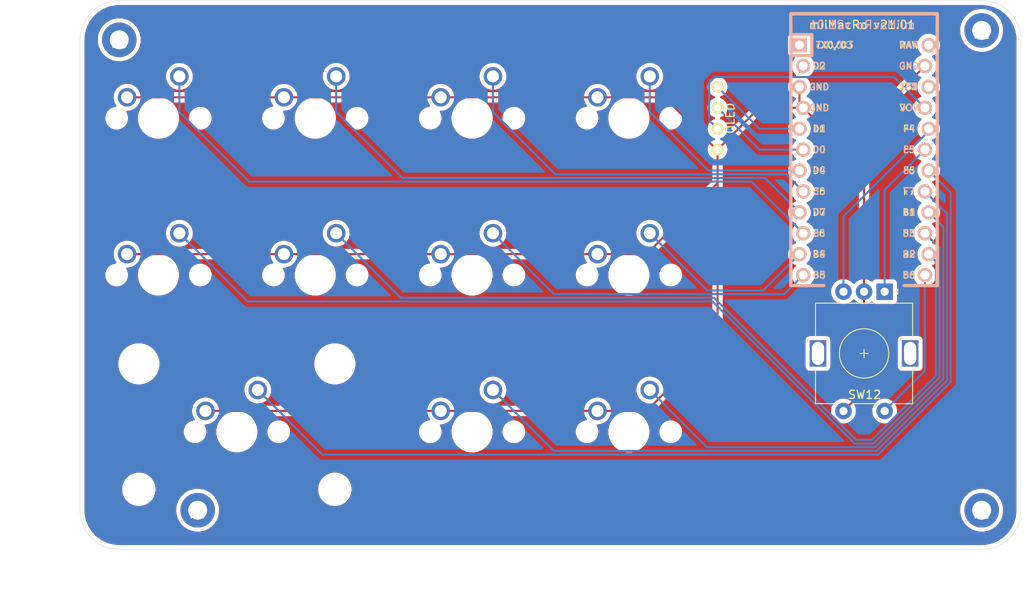
<source format=kicad_pcb>
(kicad_pcb (version 20171130) (host pcbnew 5.1.9-73d0e3b20d~88~ubuntu21.04.1)
  (layers (0 F.Cu signal) (31 B.Cu signal) (34 B.Paste user) (35 F.Paste user) (36 B.SilkS user) (37 F.SilkS user) (38 B.Mask user) (39 F.Mask user) (44 Edge.Cuts user))
  (net 0 "")
  (net 1 GND)
  (net 2 SCL)
  (net 3 SDA)
  (net 4 +5V)
  (net 5 F5)
  (net 6 F4)
  (net 7 B6)
  (net 8 E6)
  (net 9 D7)
  (net 10 C6)
  (net 11 D4)
  (net 12 B5)
  (net 13 B4)
  (net 14 B2)
  (net 15 B3)
  (net 16 F6)
  (net 17 F7)
  (net 18 B1)
  (module Keebio-Parts:ArduinoProMicro-ZigZag (layer F.Cu) (at 166.6875 67 270)
    (fp_text reference U1 hide)
    (fp_text value ProMicro hide)
    (fp_line (start -15.24 6.35) (end -15.24 8.89) (layer F.SilkS) (width 0.381))
    (fp_line (start -15.24 6.35) (end -15.24 8.89) (layer B.SilkS) (width 0.381))
    (fp_line (start -17.78 8.89) (end -15.24 8.89) (layer F.SilkS) (width 0.381))
    (fp_line (start -17.78 -8.89) (end -17.78 8.89) (layer F.SilkS) (width 0.381))
    (fp_line (start -15.24 -8.89) (end -17.78 -8.89) (layer F.SilkS) (width 0.381))
    (fp_line (start -17.78 -8.89) (end -17.78 8.89) (layer B.SilkS) (width 0.381))
    (fp_line (start -17.78 8.89) (end 15.24 8.89) (layer B.SilkS) (width 0.381))
    (fp_line (start 15.24 -4.89) (end 15.24 -8.89) (layer B.SilkS) (width 0.381))
    (fp_line (start 15.24 -8.89) (end -17.78 -8.89) (layer B.SilkS) (width 0.381))
    (fp_poly (pts (xy -9.35097 -5.844635) (xy -9.25097 -5.844635) (xy -9.25097 -6.344635) (xy -9.35097 -6.344635)) (layer B.SilkS) (width 0.15))
    (fp_poly (pts (xy -9.35097 -5.844635) (xy -9.05097 -5.844635) (xy -9.05097 -5.944635) (xy -9.35097 -5.944635)) (layer B.SilkS) (width 0.15))
    (fp_poly (pts (xy -8.75097 -5.844635) (xy -8.55097 -5.844635) (xy -8.55097 -5.944635) (xy -8.75097 -5.944635)) (layer B.SilkS) (width 0.15))
    (fp_poly (pts (xy -9.35097 -6.244635) (xy -8.55097 -6.244635) (xy -8.55097 -6.344635) (xy -9.35097 -6.344635)) (layer B.SilkS) (width 0.15))
    (fp_poly (pts (xy -8.95097 -6.044635) (xy -8.85097 -6.044635) (xy -8.85097 -6.144635) (xy -8.95097 -6.144635)) (layer B.SilkS) (width 0.15))
    (fp_poly (pts (xy -8.76064 -4.931568) (xy -8.56064 -4.931568) (xy -8.56064 -4.831568) (xy -8.76064 -4.831568)) (layer F.SilkS) (width 0.15))
    (fp_poly (pts (xy -9.36064 -4.531568) (xy -8.56064 -4.531568) (xy -8.56064 -4.431568) (xy -9.36064 -4.431568)) (layer F.SilkS) (width 0.15))
    (fp_poly (pts (xy -9.36064 -4.931568) (xy -9.26064 -4.931568) (xy -9.26064 -4.431568) (xy -9.36064 -4.431568)) (layer F.SilkS) (width 0.15))
    (fp_poly (pts (xy -8.96064 -4.731568) (xy -8.86064 -4.731568) (xy -8.86064 -4.631568) (xy -8.96064 -4.631568)) (layer F.SilkS) (width 0.15))
    (fp_poly (pts (xy -9.36064 -4.931568) (xy -9.06064 -4.931568) (xy -9.06064 -4.831568) (xy -9.36064 -4.831568)) (layer F.SilkS) (width 0.15))
    (fp_line (start -12.7 6.35) (end -12.7 8.89) (layer F.SilkS) (width 0.381))
    (fp_line (start -15.24 6.35) (end -12.7 6.35) (layer F.SilkS) (width 0.381))
    (fp_line (start 15.24 -8.89) (end -15.24 -8.89) (layer F.SilkS) (width 0.381))
    (fp_line (start 15.24 8.89) (end 15.24 4.89) (layer F.SilkS) (width 0.381))
    (fp_line (start -15.24 8.89) (end 15.24 8.89) (layer F.SilkS) (width 0.381))
    (fp_line (start -15.24 6.35) (end -12.7 6.35) (layer B.SilkS) (width 0.381))
    (fp_line (start -12.7 6.35) (end -12.7 8.89) (layer B.SilkS) (width 0.381))
    (fp_text user ST (at -8.91 -5.04) (layer B.SilkS) (effects (font (size 0.8 0.8)) (justify mirror)))
    (fp_text user TX0/D3 (at -13.97 3.571872) (layer F.SilkS) (effects (font (size 0.8 0.8))))
    (fp_text user TX0/D3 (at -13.97 3.571872) (layer B.SilkS) (effects (font (size 0.8 0.8)) (justify mirror)))
    (fp_text user D2 (at -11.43 5.461) (layer F.SilkS) (effects (font (size 0.8 0.8))))
    (fp_text user D0 (at -1.27 5.461) (layer F.SilkS) (effects (font (size 0.8 0.8))))
    (fp_text user D1 (at -3.81 5.461) (layer F.SilkS) (effects (font (size 0.8 0.8))))
    (fp_text user GND (at -6.35 5.461) (layer F.SilkS) (effects (font (size 0.8 0.8))))
    (fp_text user GND (at -8.89 5.461) (layer F.SilkS) (effects (font (size 0.8 0.8))))
    (fp_text user D4 (at 1.27 5.461) (layer F.SilkS) (effects (font (size 0.8 0.8))))
    (fp_text user C6 (at 3.81 5.461) (layer F.SilkS) (effects (font (size 0.8 0.8))))
    (fp_text user D7 (at 6.35 5.461) (layer F.SilkS) (effects (font (size 0.8 0.8))))
    (fp_text user E6 (at 8.89 5.461) (layer F.SilkS) (effects (font (size 0.8 0.8))))
    (fp_text user B4 (at 11.43 5.461) (layer F.SilkS) (effects (font (size 0.8 0.8))))
    (fp_text user B5 (at 13.97 5.461) (layer F.SilkS) (effects (font (size 0.8 0.8))))
    (fp_text user B6 (at 13.97 -5.461) (layer F.SilkS) (effects (font (size 0.8 0.8))))
    (fp_text user B2 (at 11.43 -5.461) (layer B.SilkS) (effects (font (size 0.8 0.8)) (justify mirror)))
    (fp_text user B3 (at 8.89 -5.461) (layer F.SilkS) (effects (font (size 0.8 0.8))))
    (fp_text user B1 (at 6.35 -5.461) (layer F.SilkS) (effects (font (size 0.8 0.8))))
    (fp_text user F7 (at 3.81 -5.461) (layer B.SilkS) (effects (font (size 0.8 0.8)) (justify mirror)))
    (fp_text user F6 (at 1.27 -5.461) (layer B.SilkS) (effects (font (size 0.8 0.8)) (justify mirror)))
    (fp_text user F5 (at -1.27 -5.461) (layer B.SilkS) (effects (font (size 0.8 0.8)) (justify mirror)))
    (fp_text user F4 (at -3.81 -5.461) (layer F.SilkS) (effects (font (size 0.8 0.8))))
    (fp_text user VCC (at -6.35 -5.461) (layer F.SilkS) (effects (font (size 0.8 0.8))))
    (fp_text user ST (at -8.92 -5.73312) (layer F.SilkS) (effects (font (size 0.8 0.8))))
    (fp_text user GND (at -11.43 -5.461) (layer F.SilkS) (effects (font (size 0.8 0.8))))
    (fp_text user RAW (at -13.97 -5.461) (layer F.SilkS) (effects (font (size 0.8 0.8))))
    (fp_text user RAW (at -13.97 -5.461) (layer B.SilkS) (effects (font (size 0.8 0.8)) (justify mirror)))
    (fp_text user GND (at -11.43 -5.461) (layer B.SilkS) (effects (font (size 0.8 0.8)) (justify mirror)))
    (fp_text user VCC (at -6.35 -5.461) (layer B.SilkS) (effects (font (size 0.8 0.8)) (justify mirror)))
    (fp_text user F4 (at -3.81 -5.461) (layer B.SilkS) (effects (font (size 0.8 0.8)) (justify mirror)))
    (fp_text user F5 (at -1.27 -5.461) (layer F.SilkS) (effects (font (size 0.8 0.8))))
    (fp_text user F6 (at 1.27 -5.461) (layer F.SilkS) (effects (font (size 0.8 0.8))))
    (fp_text user F7 (at 3.81 -5.461) (layer F.SilkS) (effects (font (size 0.8 0.8))))
    (fp_text user B1 (at 6.35 -5.461) (layer B.SilkS) (effects (font (size 0.8 0.8)) (justify mirror)))
    (fp_text user B3 (at 8.89 -5.461) (layer B.SilkS) (effects (font (size 0.8 0.8)) (justify mirror)))
    (fp_text user B2 (at 11.43 -5.461) (layer F.SilkS) (effects (font (size 0.8 0.8))))
    (fp_text user B6 (at 13.97 -5.461) (layer B.SilkS) (effects (font (size 0.8 0.8)) (justify mirror)))
    (fp_text user B5 (at 13.97 5.461) (layer B.SilkS) (effects (font (size 0.8 0.8)) (justify mirror)))
    (fp_text user B4 (at 11.43 5.461) (layer B.SilkS) (effects (font (size 0.8 0.8)) (justify mirror)))
    (fp_text user E6 (at 8.89 5.461) (layer B.SilkS) (effects (font (size 0.8 0.8)) (justify mirror)))
    (fp_text user D7 (at 6.35 5.461) (layer B.SilkS) (effects (font (size 0.8 0.8)) (justify mirror)))
    (fp_text user C6 (at 3.81 5.461) (layer B.SilkS) (effects (font (size 0.8 0.8)) (justify mirror)))
    (fp_text user D4 (at 1.27 5.461) (layer B.SilkS) (effects (font (size 0.8 0.8)) (justify mirror)))
    (fp_text user GND (at -8.89 5.461) (layer B.SilkS) (effects (font (size 0.8 0.8)) (justify mirror)))
    (fp_text user GND (at -6.35 5.461) (layer B.SilkS) (effects (font (size 0.8 0.8)) (justify mirror)))
    (fp_text user D1 (at -3.81 5.461) (layer B.SilkS) (effects (font (size 0.8 0.8)) (justify mirror)))
    (fp_text user D0 (at -1.27 5.461) (layer B.SilkS) (effects (font (size 0.8 0.8)) (justify mirror)))
    (fp_text user D2 (at -11.43 5.461) (layer B.SilkS) (effects (font (size 0.8 0.8)) (justify mirror)))
    (fp_line (start 15.24 -4.89) (end 15.24 -8.89) (layer F.SilkS) (width 0.381))
    (fp_line (start 15.24 8.89) (end 15.24 4.89) (layer B.SilkS) (width 0.381))
    (pad 24 thru_hole circle (at -13.97 -7.8486 270) (size 1.7526 1.7526) (drill 1.0922) (layers *.Cu *.SilkS *.Mask))
    (pad 12 thru_hole circle (at 13.97 7.3914 270) (size 1.7526 1.7526) (drill 1.0922) (layers *.Cu *.SilkS *.Mask) (net 12 B5))
    (pad 23 thru_hole circle (at -11.43 -7.3914 270) (size 1.7526 1.7526) (drill 1.0922) (layers *.Cu *.SilkS *.Mask) (net 1 GND))
    (pad 22 thru_hole circle (at -8.89 -7.8486 270) (size 1.7526 1.7526) (drill 1.0922) (layers *.Cu *.SilkS *.Mask))
    (pad 21 thru_hole circle (at -6.35 -7.3914 270) (size 1.7526 1.7526) (drill 1.0922) (layers *.Cu *.SilkS *.Mask) (net 4 +5V))
    (pad 20 thru_hole circle (at -3.81 -7.8486 270) (size 1.7526 1.7526) (drill 1.0922) (layers *.Cu *.SilkS *.Mask) (net 6 F4))
    (pad 19 thru_hole circle (at -1.27 -7.3914 270) (size 1.7526 1.7526) (drill 1.0922) (layers *.Cu *.SilkS *.Mask) (net 5 F5))
    (pad 18 thru_hole circle (at 1.27 -7.8486 270) (size 1.7526 1.7526) (drill 1.0922) (layers *.Cu *.SilkS *.Mask) (net 16 F6))
    (pad 17 thru_hole circle (at 3.81 -7.3914 270) (size 1.7526 1.7526) (drill 1.0922) (layers *.Cu *.SilkS *.Mask) (net 17 F7))
    (pad 16 thru_hole circle (at 6.35 -7.8486 270) (size 1.7526 1.7526) (drill 1.0922) (layers *.Cu *.SilkS *.Mask) (net 18 B1))
    (pad 15 thru_hole circle (at 8.89 -7.3914 270) (size 1.7526 1.7526) (drill 1.0922) (layers *.Cu *.SilkS *.Mask) (net 15 B3))
    (pad 14 thru_hole circle (at 11.43 -7.8486 270) (size 1.7526 1.7526) (drill 1.0922) (layers *.Cu *.SilkS *.Mask) (net 14 B2))
    (pad 13 thru_hole circle (at 13.97 -7.3914 270) (size 1.7526 1.7526) (drill 1.0922) (layers *.Cu *.SilkS *.Mask) (net 7 B6))
    (pad 11 thru_hole circle (at 11.43 7.8486 270) (size 1.7526 1.7526) (drill 1.0922) (layers *.Cu *.SilkS *.Mask) (net 13 B4))
    (pad 10 thru_hole circle (at 8.89 7.3914 270) (size 1.7526 1.7526) (drill 1.0922) (layers *.Cu *.SilkS *.Mask) (net 8 E6))
    (pad 9 thru_hole circle (at 6.35 7.8486 270) (size 1.7526 1.7526) (drill 1.0922) (layers *.Cu *.SilkS *.Mask) (net 9 D7))
    (pad 8 thru_hole circle (at 3.81 7.3914 270) (size 1.7526 1.7526) (drill 1.0922) (layers *.Cu *.SilkS *.Mask) (net 10 C6))
    (pad 7 thru_hole circle (at 1.27 7.8486 270) (size 1.7526 1.7526) (drill 1.0922) (layers *.Cu *.SilkS *.Mask) (net 11 D4))
    (pad 6 thru_hole circle (at -1.27 7.3914 270) (size 1.7526 1.7526) (drill 1.0922) (layers *.Cu *.SilkS *.Mask) (net 2 SCL))
    (pad 5 thru_hole circle (at -3.81 7.8486 270) (size 1.7526 1.7526) (drill 1.0922) (layers *.Cu *.SilkS *.Mask) (net 3 SDA))
    (pad 4 thru_hole circle (at -6.35 7.3914 270) (size 1.7526 1.7526) (drill 1.0922) (layers *.Cu *.SilkS *.Mask) (net 1 GND))
    (pad 3 thru_hole circle (at -8.89 7.8486 270) (size 1.7526 1.7526) (drill 1.0922) (layers *.Cu *.SilkS *.Mask) (net 1 GND))
    (pad 2 thru_hole circle (at -11.43 7.3914 270) (size 1.7526 1.7526) (drill 1.0922) (layers *.Cu *.SilkS *.Mask))
    (pad 1 thru_hole rect (at -13.97 7.8486 270) (size 1.7526 1.7526) (drill 1.0922) (layers *.Cu *.SilkS *.Mask))
  )
  (module kbd:M2_Hole_TH (layer F.Cu) (at 85.725 109.5375)
    (fp_text reference H4 (at 0 0.5) (layer F.SilkS))
    (fp_text value MountingHole)
    (pad "" thru_hole circle (at 0 0) (size 4.2 4.2) (drill 2.3) (layers *.Cu *.Mask))
  )
  (module kbd:M2_Hole_TH (layer F.Cu) (at 76.2 52.3875)
    (fp_text reference H3 (at 0 0.5) (layer F.SilkS))
    (fp_text value MountingHole)
    (pad "" thru_hole circle (at 0 0) (size 4.2 4.2) (drill 2.3) (layers *.Cu *.Mask))
  )
  (module kbd:M2_Hole_TH (layer F.Cu) (at 180.975 109.5375)
    (fp_text reference H2 (at 0 0.5) (layer F.SilkS))
    (fp_text value MountingHole)
    (pad "" thru_hole circle (at 0 0) (size 4.2 4.2) (drill 2.3) (layers *.Cu *.Mask))
  )
  (module kbd:M2_Hole_TH (layer F.Cu) (at 180.975 51.25)
    (fp_text reference H1 (at 0 0.5) (layer F.SilkS))
    (fp_text value MountingHole)
    (pad "" thru_hole circle (at 0 0) (size 4.2 4.2) (drill 2.3) (layers *.Cu *.Mask))
  )
  (module MX_Only:MXOnly-1U-NoLED (layer F.Cu) (at 138.1125 100.0125)
    (fp_text reference SW11)
    (fp_text value 0)
    (pad 2 thru_hole circle (at 2.54 -5.08) (size 2.25 2.25) (drill 1.47) (layers *.Cu B.Mask) (net 18 B1))
    (pad "" np_thru_hole circle (at 0 0) (size 3.9878 3.9878) (drill 3.9878) (layers *.Cu *.Mask))
    (pad 1 thru_hole circle (at -3.81 -2.54) (size 2.25 2.25) (drill 1.47) (layers *.Cu B.Mask) (net 1 GND))
    (pad "" np_thru_hole circle (at -5.08 0 48.0996) (size 1.75 1.75) (drill 1.75) (layers *.Cu *.Mask))
    (pad "" np_thru_hole circle (at 5.08 0 48.0996) (size 1.75 1.75) (drill 1.75) (layers *.Cu *.Mask))
  )
  (module MX_Only:MXOnly-1U-NoLED (layer F.Cu) (at 138.1125 80.9625)
    (fp_text reference SW10)
    (fp_text value 8)
    (pad 2 thru_hole circle (at 2.54 -5.08) (size 2.25 2.25) (drill 1.47) (layers *.Cu B.Mask) (net 13 B4))
    (pad "" np_thru_hole circle (at 0 0) (size 3.9878 3.9878) (drill 3.9878) (layers *.Cu *.Mask))
    (pad 1 thru_hole circle (at -3.81 -2.54) (size 2.25 2.25) (drill 1.47) (layers *.Cu B.Mask) (net 1 GND))
    (pad "" np_thru_hole circle (at -5.08 0 48.0996) (size 1.75 1.75) (drill 1.75) (layers *.Cu *.Mask))
    (pad "" np_thru_hole circle (at 5.08 0 48.0996) (size 1.75 1.75) (drill 1.75) (layers *.Cu *.Mask))
  )
  (module MX_Only:MXOnly-1U-NoLED (layer F.Cu) (at 138.1125 61.9125)
    (fp_text reference SW9)
    (fp_text value 4)
    (pad 2 thru_hole circle (at 2.54 -5.08) (size 2.25 2.25) (drill 1.47) (layers *.Cu B.Mask) (net 11 D4))
    (pad "" np_thru_hole circle (at 0 0) (size 3.9878 3.9878) (drill 3.9878) (layers *.Cu *.Mask))
    (pad 1 thru_hole circle (at -3.81 -2.54) (size 2.25 2.25) (drill 1.47) (layers *.Cu B.Mask) (net 1 GND))
    (pad "" np_thru_hole circle (at -5.08 0 48.0996) (size 1.75 1.75) (drill 1.75) (layers *.Cu *.Mask))
    (pad "" np_thru_hole circle (at 5.08 0 48.0996) (size 1.75 1.75) (drill 1.75) (layers *.Cu *.Mask))
  )
  (module MX_Only:MXOnly-1U-NoLED (layer F.Cu) (at 119.0625 100.0125)
    (fp_text reference SW8)
    (fp_text value 9)
    (pad 2 thru_hole circle (at 2.54 -5.08) (size 2.25 2.25) (drill 1.47) (layers *.Cu B.Mask) (net 17 F7))
    (pad "" np_thru_hole circle (at 0 0) (size 3.9878 3.9878) (drill 3.9878) (layers *.Cu *.Mask))
    (pad 1 thru_hole circle (at -3.81 -2.54) (size 2.25 2.25) (drill 1.47) (layers *.Cu B.Mask) (net 1 GND))
    (pad "" np_thru_hole circle (at -5.08 0 48.0996) (size 1.75 1.75) (drill 1.75) (layers *.Cu *.Mask))
    (pad "" np_thru_hole circle (at 5.08 0 48.0996) (size 1.75 1.75) (drill 1.75) (layers *.Cu *.Mask))
  )
  (module MX_Only:MXOnly-1U-NoLED (layer F.Cu) (at 119.0625 80.9625)
    (fp_text reference SW7)
    (fp_text value 7)
    (pad 2 thru_hole circle (at 2.54 -5.08) (size 2.25 2.25) (drill 1.47) (layers *.Cu B.Mask) (net 12 B5))
    (pad "" np_thru_hole circle (at 0 0) (size 3.9878 3.9878) (drill 3.9878) (layers *.Cu *.Mask))
    (pad 1 thru_hole circle (at -3.81 -2.54) (size 2.25 2.25) (drill 1.47) (layers *.Cu B.Mask) (net 1 GND))
    (pad "" np_thru_hole circle (at -5.08 0 48.0996) (size 1.75 1.75) (drill 1.75) (layers *.Cu *.Mask))
    (pad "" np_thru_hole circle (at 5.08 0 48.0996) (size 1.75 1.75) (drill 1.75) (layers *.Cu *.Mask))
  )
  (module MX_Only:MXOnly-1U-NoLED (layer F.Cu) (at 119.0625 61.9125)
    (fp_text reference SW6)
    (fp_text value 3)
    (pad 2 thru_hole circle (at 2.54 -5.08) (size 2.25 2.25) (drill 1.47) (layers *.Cu B.Mask) (net 10 C6))
    (pad "" np_thru_hole circle (at 0 0) (size 3.9878 3.9878) (drill 3.9878) (layers *.Cu *.Mask))
    (pad 1 thru_hole circle (at -3.81 -2.54) (size 2.25 2.25) (drill 1.47) (layers *.Cu B.Mask) (net 1 GND))
    (pad "" np_thru_hole circle (at -5.08 0 48.0996) (size 1.75 1.75) (drill 1.75) (layers *.Cu *.Mask))
    (pad "" np_thru_hole circle (at 5.08 0 48.0996) (size 1.75 1.75) (drill 1.75) (layers *.Cu *.Mask))
  )
  (module MX_Only:MXOnly-1U-NoLED (layer F.Cu) (at 100.0125 80.9625)
    (fp_text reference SW5)
    (fp_text value 6)
    (pad 2 thru_hole circle (at 2.54 -5.08) (size 2.25 2.25) (drill 1.47) (layers *.Cu B.Mask) (net 14 B2))
    (pad "" np_thru_hole circle (at 0 0) (size 3.9878 3.9878) (drill 3.9878) (layers *.Cu *.Mask))
    (pad 1 thru_hole circle (at -3.81 -2.54) (size 2.25 2.25) (drill 1.47) (layers *.Cu B.Mask) (net 1 GND))
    (pad "" np_thru_hole circle (at -5.08 0 48.0996) (size 1.75 1.75) (drill 1.75) (layers *.Cu *.Mask))
    (pad "" np_thru_hole circle (at 5.08 0 48.0996) (size 1.75 1.75) (drill 1.75) (layers *.Cu *.Mask))
  )
  (module MX_Only:MXOnly-1U-NoLED (layer F.Cu) (at 100.0125 61.9125)
    (fp_text reference SW4)
    (fp_text value 2)
    (pad 2 thru_hole circle (at 2.54 -5.08) (size 2.25 2.25) (drill 1.47) (layers *.Cu B.Mask) (net 9 D7))
    (pad "" np_thru_hole circle (at 0 0) (size 3.9878 3.9878) (drill 3.9878) (layers *.Cu *.Mask))
    (pad 1 thru_hole circle (at -3.81 -2.54) (size 2.25 2.25) (drill 1.47) (layers *.Cu B.Mask) (net 1 GND))
    (pad "" np_thru_hole circle (at -5.08 0 48.0996) (size 1.75 1.75) (drill 1.75) (layers *.Cu *.Mask))
    (pad "" np_thru_hole circle (at 5.08 0 48.0996) (size 1.75 1.75) (drill 1.75) (layers *.Cu *.Mask))
  )
  (module MX_Only:MXOnly-1U-NoLED (layer F.Cu) (at 80.9625 80.9625)
    (fp_text reference SW2)
    (fp_text value 5)
    (pad 2 thru_hole circle (at 2.54 -5.08) (size 2.25 2.25) (drill 1.47) (layers *.Cu B.Mask) (net 15 B3))
    (pad "" np_thru_hole circle (at 0 0) (size 3.9878 3.9878) (drill 3.9878) (layers *.Cu *.Mask))
    (pad 1 thru_hole circle (at -3.81 -2.54) (size 2.25 2.25) (drill 1.47) (layers *.Cu B.Mask) (net 1 GND))
    (pad "" np_thru_hole circle (at -5.08 0 48.0996) (size 1.75 1.75) (drill 1.75) (layers *.Cu *.Mask))
    (pad "" np_thru_hole circle (at 5.08 0 48.0996) (size 1.75 1.75) (drill 1.75) (layers *.Cu *.Mask))
  )
  (module MX_Only:MXOnly-1U-NoLED (layer F.Cu) (at 80.9625 61.9125)
    (fp_text reference SW1)
    (fp_text value 1)
    (pad 2 thru_hole circle (at 2.54 -5.08) (size 2.25 2.25) (drill 1.47) (layers *.Cu B.Mask) (net 8 E6))
    (pad "" np_thru_hole circle (at 0 0) (size 3.9878 3.9878) (drill 3.9878) (layers *.Cu *.Mask))
    (pad 1 thru_hole circle (at -3.81 -2.54) (size 2.25 2.25) (drill 1.47) (layers *.Cu B.Mask) (net 1 GND))
    (pad "" np_thru_hole circle (at -5.08 0 48.0996) (size 1.75 1.75) (drill 1.75) (layers *.Cu *.Mask))
    (pad "" np_thru_hole circle (at 5.08 0 48.0996) (size 1.75 1.75) (drill 1.75) (layers *.Cu *.Mask))
  )
  (module MX_Only:MXOnly-2U-ReversedStabilizers-NoLED (layer F.Cu) (at 90.4875 100.0125)
    (fp_text reference SW3)
    (fp_text value ENTER)
    (pad 2 thru_hole circle (at 2.54 -5.08) (size 2.25 2.25) (drill 1.47) (layers *.Cu B.Mask) (net 16 F6))
    (pad "" np_thru_hole circle (at 0 0) (size 3.9878 3.9878) (drill 3.9878) (layers *.Cu *.Mask))
    (pad 1 thru_hole circle (at -3.81 -2.54) (size 2.25 2.25) (drill 1.47) (layers *.Cu B.Mask) (net 1 GND))
    (pad "" np_thru_hole circle (at -5.08 0 48.0996) (size 1.75 1.75) (drill 1.75) (layers *.Cu *.Mask))
    (pad "" np_thru_hole circle (at 5.08 0 48.0996) (size 1.75 1.75) (drill 1.75) (layers *.Cu *.Mask))
    (pad "" np_thru_hole circle (at -11.90625 6.985) (size 3.048 3.048) (drill 3.048) (layers *.Cu *.Mask))
    (pad "" np_thru_hole circle (at 11.90625 6.985) (size 3.048 3.048) (drill 3.048) (layers *.Cu *.Mask))
    (pad "" np_thru_hole circle (at -11.90625 -8.255) (size 3.9878 3.9878) (drill 3.9878) (layers *.Cu *.Mask))
    (pad "" np_thru_hole circle (at 11.90625 -8.255) (size 3.9878 3.9878) (drill 3.9878) (layers *.Cu *.Mask))
  )
  (module Keebio-Parts:RotaryEncoder_Alps_EC11E-Switch_Vertical_H20mm (layer F.Cu) (at 166.6875 90.4875 270)
    (fp_text reference SW12 (at 5.0125 -0.0625) (layer F.SilkS))
    (fp_text value ROTARY)
    (fp_line (start -0.5 0) (end 0.5 0) (layer F.SilkS) (width 0.12))
    (fp_line (start 0 -0.5) (end 0 0.5) (layer F.SilkS) (width 0.12))
    (fp_line (start 6.1 3.5) (end 6.1 5.9) (layer F.SilkS) (width 0.12))
    (fp_line (start 6.1 -1.3) (end 6.1 1.3) (layer F.SilkS) (width 0.12))
    (fp_line (start 6.1 -5.9) (end 6.1 -3.5) (layer F.SilkS) (width 0.12))
    (fp_line (start -7.2 -4.1) (end -7.5 -3.8) (layer F.SilkS) (width 0.12))
    (fp_line (start -7.8 -4.1) (end -7.2 -4.1) (layer F.SilkS) (width 0.12))
    (fp_line (start -7.5 -3.8) (end -7.8 -4.1) (layer F.SilkS) (width 0.12))
    (fp_line (start -6.1 -5.9) (end -6.1 5.9) (layer F.SilkS) (width 0.12))
    (fp_line (start -2 -5.9) (end -6.1 -5.9) (layer F.SilkS) (width 0.12))
    (fp_line (start -2 5.9) (end -6.1 5.9) (layer F.SilkS) (width 0.12))
    (fp_line (start 6.1 5.9) (end 2 5.9) (layer F.SilkS) (width 0.12))
    (fp_line (start 2 -5.9) (end 6.1 -5.9) (layer F.SilkS) (width 0.12))
    (fp_circle (center 0 0) (end 3 0) (layer F.SilkS) (width 0.12))
    (pad S1 thru_hole circle (at 7 2.5 270) (size 2 2) (drill 1) (layers *.Cu *.Mask) (net 1 GND))
    (pad S2 thru_hole circle (at 7 -2.5 270) (size 2 2) (drill 1) (layers *.Cu *.Mask) (net 7 B6))
    (pad MP thru_hole rect (at 0 5.6 270) (size 3.2 2) (drill oval 2.8 1.5) (layers *.Cu *.Mask))
    (pad MP thru_hole rect (at 0 -5.6 270) (size 3.2 2) (drill oval 2.8 1.5) (layers *.Cu *.Mask))
    (pad B thru_hole circle (at -7.5 2.5 270) (size 2 2) (drill 1) (layers *.Cu *.Mask) (net 6 F4))
    (pad C thru_hole circle (at -7.5 0 270) (size 2 2) (drill 1) (layers *.Cu *.Mask) (net 1 GND))
    (pad A thru_hole rect (at -7.5 -2.5 270) (size 2 2) (drill 1) (layers *.Cu *.Mask) (net 5 F5))
  )
  (module kbd:OLED_v2 (layer F.Cu) (at 148.8875 61.9125 270)
    (fp_text reference OL1)
    (fp_text value OLED hide)
    (fp_text user OLED (at 0 -1.55 90) (layer F.SilkS))
    (pad 4 thru_hole circle (at 3.81 0 270) (size 1.397 1.397) (drill 0.8128) (layers *.Cu F.SilkS B.Mask) (net 1 GND))
    (pad 3 thru_hole circle (at 1.27 0 270) (size 1.397 1.397) (drill 0.8128) (layers *.Cu F.SilkS B.Mask) (net 4 +5V))
    (pad 2 thru_hole circle (at -1.27 0 270) (size 1.397 1.397) (drill 0.8128) (layers *.Cu F.SilkS B.Mask) (net 2 SCL))
    (pad 1 thru_hole circle (at -3.81 0 270) (size 1.397 1.397) (drill 0.8128) (layers *.Cu F.SilkS B.Mask) (net 3 SDA))
  )
  (gr_text "miiMacRo v21.01" (at 166.45 50.5625) (layer B.SilkS) (effects (font (size 1 1)) (justify mirror)))
  (gr_text "miiMacRo v21.01" (at 166.45 50.5625) (layer F.SilkS) (effects (font (size 1 1))))
  (gr_line (start 185.7375 109.5375) (end 185.7375 52.3875) (layer Edge.Cuts) (width 0.05))
  (gr_line (start 76.2 114.3) (end 180.975 114.3) (layer Edge.Cuts) (width 0.05))
  (gr_line (start 180.975 47.625) (end 76.2 47.625) (layer Edge.Cuts) (width 0.05))
  (gr_arc (start 180.975 109.5375) (end 180.975 114.3) (angle -90) (layer Edge.Cuts) (width 0.05))
  (gr_arc (start 180.975 52.3875) (end 185.7375 52.3875) (angle -90) (layer Edge.Cuts) (width 0.05))
  (gr_line (start 71.4375 109.5375) (end 71.4375 52.3875) (layer Edge.Cuts) (width 0.05))
  (gr_arc (start 76.2 109.5375) (end 71.4375 109.5375) (angle -90) (layer Edge.Cuts) (width 0.05))
  (gr_arc (start 76.2 52.3875) (end 76.2 47.625) (angle -90) (layer Edge.Cuts) (width 0.05))
  (segment (start 77.1525 59.3725) (end 134.3025 59.3725) (width 0.25) (layer F.Cu) (net 1))
  (segment (start 148.778502 65.7225) (end 148.8875 65.7225) (width 0.25) (layer F.Cu) (net 1))
  (segment (start 142.428502 59.3725) (end 148.778502 65.7225) (width 0.25) (layer F.Cu) (net 1))
  (segment (start 134.3025 59.3725) (end 142.428502 59.3725) (width 0.25) (layer F.Cu) (net 1))
  (segment (start 77.1525 78.4225) (end 134.3025 78.4225) (width 0.25) (layer F.Cu) (net 1))
  (segment (start 140.258502 78.4225) (end 134.3025 78.4225) (width 0.25) (layer F.Cu) (net 1))
  (segment (start 148.8875 69.793502) (end 140.258502 78.4225) (width 0.25) (layer F.Cu) (net 1))
  (segment (start 148.8875 65.7225) (end 148.8875 69.6375) (width 0.25) (layer F.Cu) (net 1))
  (segment (start 148.8875 69.6375) (end 148.8875 69.793502) (width 0.25) (layer F.Cu) (net 1))
  (segment (start 140.258502 97.4725) (end 134.3025 97.4725) (width 0.25) (layer F.Cu) (net 1))
  (segment (start 148.8875 88.843502) (end 140.258502 97.4725) (width 0.25) (layer F.Cu) (net 1))
  (segment (start 148.8875 69.6375) (end 148.8875 88.843502) (width 0.25) (layer F.Cu) (net 1))
  (segment (start 86.6775 97.4725) (end 134.3025 97.4725) (width 0.25) (layer F.Cu) (net 1))
  (segment (start 166.6875 94.9875) (end 164.1875 97.4875) (width 0.25) (layer F.Cu) (net 1))
  (segment (start 166.6875 82.9875) (end 166.6875 94.9875) (width 0.25) (layer F.Cu) (net 1))
  (segment (start 166.6875 68.0414) (end 159.2961 60.65) (width 0.25) (layer F.Cu) (net 1))
  (segment (start 153.96 60.65) (end 148.8875 65.7225) (width 0.25) (layer F.Cu) (net 1))
  (segment (start 159.2961 60.65) (end 153.96 60.65) (width 0.25) (layer F.Cu) (net 1))
  (segment (start 158.8389 60.1928) (end 159.2961 60.65) (width 0.25) (layer F.Cu) (net 1))
  (segment (start 158.8389 58.11) (end 158.8389 60.1928) (width 0.25) (layer F.Cu) (net 1))
  (segment (start 166.6875 62.9614) (end 166.6875 69.6875) (width 0.25) (layer F.Cu) (net 1))
  (segment (start 174.0789 55.57) (end 166.6875 62.9614) (width 0.25) (layer F.Cu) (net 1))
  (segment (start 166.6875 69.6875) (end 166.6875 68.0414) (width 0.25) (layer F.Cu) (net 1))
  (segment (start 166.6875 82.9875) (end 166.6875 69.6875) (width 0.25) (layer F.Cu) (net 1))
  (segment (start 153.975 65.73) (end 148.8875 60.6425) (width 0.25) (layer B.Cu) (net 2))
  (segment (start 159.2961 65.73) (end 153.975 65.73) (width 0.25) (layer B.Cu) (net 2))
  (segment (start 153.975 63.19) (end 148.8875 58.1025) (width 0.25) (layer B.Cu) (net 3))
  (segment (start 158.8389 63.19) (end 153.975 63.19) (width 0.25) (layer B.Cu) (net 3))
  (segment (start 170.337599 56.908699) (end 174.0789 60.65) (width 0.25) (layer B.Cu) (net 4))
  (segment (start 148.566519 56.908699) (end 170.337599 56.908699) (width 0.25) (layer B.Cu) (net 4))
  (segment (start 147.863999 57.611219) (end 148.566519 56.908699) (width 0.25) (layer B.Cu) (net 4))
  (segment (start 147.863999 62.158999) (end 147.863999 57.611219) (width 0.25) (layer B.Cu) (net 4))
  (segment (start 148.8875 63.1825) (end 147.863999 62.158999) (width 0.25) (layer B.Cu) (net 4))
  (segment (start 169.1875 70.6214) (end 174.0789 65.73) (width 0.25) (layer B.Cu) (net 5))
  (segment (start 169.1875 82.9875) (end 169.1875 70.6214) (width 0.25) (layer B.Cu) (net 5))
  (segment (start 174.5361 63.494874) (end 174.5361 63.19) (width 0.25) (layer B.Cu) (net 6))
  (segment (start 164.1875 73.843474) (end 174.5361 63.494874) (width 0.25) (layer B.Cu) (net 6))
  (segment (start 164.1875 82.9875) (end 164.1875 73.843474) (width 0.25) (layer B.Cu) (net 6))
  (segment (start 174.0789 92.5961) (end 169.1875 97.4875) (width 0.25) (layer B.Cu) (net 7))
  (segment (start 174.0789 80.97) (end 174.0789 92.5961) (width 0.25) (layer B.Cu) (net 7))
  (segment (start 159.2961 75.89) (end 153.02613 69.62003) (width 0.25) (layer B.Cu) (net 8))
  (segment (start 83.5025 61.148502) (end 83.5025 56.8325) (width 0.25) (layer B.Cu) (net 8))
  (segment (start 91.974028 69.62003) (end 83.5025 61.148502) (width 0.25) (layer B.Cu) (net 8))
  (segment (start 153.02613 69.62003) (end 91.974028 69.62003) (width 0.25) (layer B.Cu) (net 8))
  (segment (start 102.5525 61.148502) (end 102.5525 56.8325) (width 0.25) (layer B.Cu) (net 9))
  (segment (start 110.574018 69.17002) (end 102.5525 61.148502) (width 0.25) (layer B.Cu) (net 9))
  (segment (start 154.65892 69.17002) (end 110.574018 69.17002) (width 0.25) (layer B.Cu) (net 9))
  (segment (start 158.8389 73.35) (end 154.65892 69.17002) (width 0.25) (layer B.Cu) (net 9))
  (segment (start 159.2961 70.81) (end 157.20611 68.72001) (width 0.25) (layer B.Cu) (net 10))
  (segment (start 121.6025 61.148502) (end 121.6025 56.8325) (width 0.25) (layer B.Cu) (net 10))
  (segment (start 129.174008 68.72001) (end 121.6025 61.148502) (width 0.25) (layer B.Cu) (net 10))
  (segment (start 157.20611 68.72001) (end 129.174008 68.72001) (width 0.25) (layer B.Cu) (net 10))
  (segment (start 147.773998 68.27) (end 158.8389 68.27) (width 0.25) (layer B.Cu) (net 11))
  (segment (start 140.6525 61.148502) (end 147.773998 68.27) (width 0.25) (layer B.Cu) (net 11))
  (segment (start 140.6525 56.8325) (end 140.6525 61.148502) (width 0.25) (layer B.Cu) (net 11))
  (segment (start 129.001401 83.281401) (end 121.6025 75.8825) (width 0.25) (layer B.Cu) (net 12))
  (segment (start 156.984699 83.281401) (end 129.001401 83.281401) (width 0.25) (layer B.Cu) (net 12))
  (segment (start 159.2961 80.97) (end 156.984699 83.281401) (width 0.25) (layer B.Cu) (net 12))
  (segment (start 154.437509 82.831391) (end 158.8389 78.43) (width 0.25) (layer B.Cu) (net 13))
  (segment (start 147.601391 82.831391) (end 154.437509 82.831391) (width 0.25) (layer B.Cu) (net 13))
  (segment (start 140.6525 75.8825) (end 147.601391 82.831391) (width 0.25) (layer B.Cu) (net 13))
  (segment (start 110.401411 83.731411) (end 102.5525 75.8825) (width 0.25) (layer B.Cu) (net 14))
  (segment (start 148.470409 83.731411) (end 110.401411 83.731411) (width 0.25) (layer B.Cu) (net 14))
  (segment (start 167.654631 100.981371) (end 165.720369 100.981371) (width 0.25) (layer B.Cu) (net 14))
  (segment (start 165.720369 100.981371) (end 148.470409 83.731411) (width 0.25) (layer B.Cu) (net 14))
  (segment (start 175.412399 93.223603) (end 167.654631 100.981371) (width 0.25) (layer B.Cu) (net 14))
  (segment (start 175.412399 79.306299) (end 175.412399 93.223603) (width 0.25) (layer B.Cu) (net 14))
  (segment (start 174.5361 78.43) (end 175.412399 79.306299) (width 0.25) (layer B.Cu) (net 14))
  (segment (start 91.801421 84.181421) (end 83.5025 75.8825) (width 0.25) (layer B.Cu) (net 15))
  (segment (start 148.284009 84.181421) (end 91.801421 84.181421) (width 0.25) (layer B.Cu) (net 15))
  (segment (start 165.533969 101.431381) (end 148.284009 84.181421) (width 0.25) (layer B.Cu) (net 15))
  (segment (start 167.841031 101.431381) (end 165.533969 101.431381) (width 0.25) (layer B.Cu) (net 15))
  (segment (start 175.862409 93.410003) (end 167.841031 101.431381) (width 0.25) (layer B.Cu) (net 15))
  (segment (start 175.862409 77.673509) (end 175.862409 93.410003) (width 0.25) (layer B.Cu) (net 15))
  (segment (start 174.0789 75.89) (end 175.862409 77.673509) (width 0.25) (layer B.Cu) (net 15))
  (segment (start 177.212438 70.946338) (end 174.5361 68.27) (width 0.25) (layer B.Cu) (net 16))
  (segment (start 177.212438 93.969204) (end 177.212438 70.946338) (width 0.25) (layer B.Cu) (net 16))
  (segment (start 168.400231 102.781411) (end 177.212438 93.969204) (width 0.25) (layer B.Cu) (net 16))
  (segment (start 100.876411 102.781411) (end 168.400231 102.781411) (width 0.25) (layer B.Cu) (net 16))
  (segment (start 93.0275 94.9325) (end 100.876411 102.781411) (width 0.25) (layer B.Cu) (net 16))
  (segment (start 176.762429 73.493529) (end 174.0789 70.81) (width 0.25) (layer B.Cu) (net 17))
  (segment (start 176.762429 93.782803) (end 176.762429 73.493529) (width 0.25) (layer B.Cu) (net 17))
  (segment (start 168.213831 102.331401) (end 176.762429 93.782803) (width 0.25) (layer B.Cu) (net 17))
  (segment (start 129.001401 102.331401) (end 168.213831 102.331401) (width 0.25) (layer B.Cu) (net 17))
  (segment (start 121.6025 94.9325) (end 129.001401 102.331401) (width 0.25) (layer B.Cu) (net 17))
  (segment (start 176.312419 75.126319) (end 174.5361 73.35) (width 0.25) (layer B.Cu) (net 18))
  (segment (start 176.312419 93.596403) (end 176.312419 75.126319) (width 0.25) (layer B.Cu) (net 18))
  (segment (start 168.027431 101.881391) (end 176.312419 93.596403) (width 0.25) (layer B.Cu) (net 18))
  (segment (start 147.601391 101.881391) (end 168.027431 101.881391) (width 0.25) (layer B.Cu) (net 18))
  (segment (start 140.6525 94.9325) (end 147.601391 101.881391) (width 0.25) (layer B.Cu) (net 18))
  (zone (net 0) (net_name "") (layer F.Cu) (connect_pads (clearance 0.508)) (min_thickness 0.254) (fill yes (arc_segments 32) (thermal_gap 0.508) (thermal_bridge_width 0.508))
    (polygon (pts (xy 185.7375 114.3) (xy 71.4375 114.3) (xy 71.4375 47.625) (xy 185.7375 47.625)))
  )
  (zone (net 0) (net_name "") (layer B.Cu) (connect_pads (clearance 0.508)) (min_thickness 0.254) (fill yes (arc_segments 32) (thermal_gap 0.508) (thermal_bridge_width 0.508))
    (polygon (pts (xy 185.7375 114.3) (xy 71.4375 114.3) (xy 71.4375 47.625) (xy 185.7375 47.625)))
  )
)
</source>
